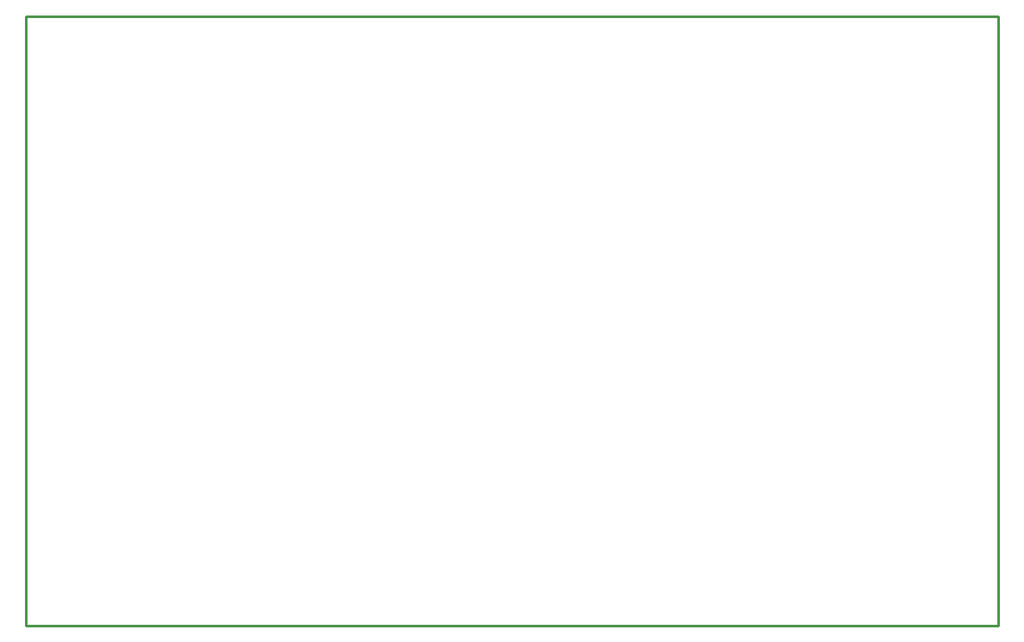
<source format=gko>
G04*
G04 #@! TF.GenerationSoftware,Altium Limited,Altium Designer,22.5.1 (42)*
G04*
G04 Layer_Color=16711935*
%FSLAX44Y44*%
%MOMM*%
G71*
G04*
G04 #@! TF.SameCoordinates,8C462A5C-675D-4BC4-B2B0-4FF287324B2F*
G04*
G04*
G04 #@! TF.FilePolarity,Positive*
G04*
G01*
G75*
%ADD14C,0.2540*%
D14*
X417830Y416560D02*
Y1016000D01*
X1374140D01*
Y416560D02*
Y1016000D01*
X417830Y416560D02*
X1374140D01*
M02*

</source>
